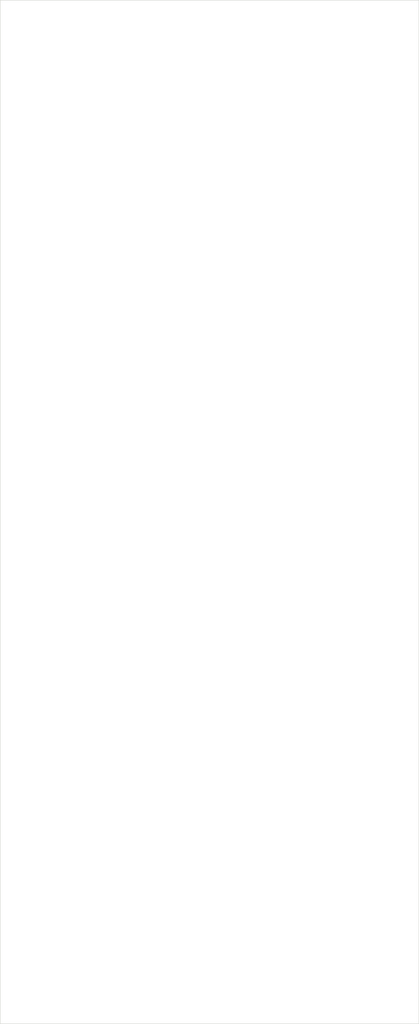
<source format=kicad_pcb>
(kicad_pcb
	(version 20240108)
	(generator "pcbnew")
	(generator_version "8.0")
	(general
		(thickness 1.6)
		(legacy_teardrops no)
	)
	(paper "A4")
	(title_block
		(date "2025-07-20")
	)
	(layers
		(0 "F.Cu" signal)
		(31 "B.Cu" signal)
		(32 "B.Adhes" user "B.Adhesive")
		(33 "F.Adhes" user "F.Adhesive")
		(34 "B.Paste" user)
		(35 "F.Paste" user)
		(36 "B.SilkS" user "B.Silkscreen")
		(37 "F.SilkS" user "F.Silkscreen")
		(38 "B.Mask" user)
		(39 "F.Mask" user)
		(40 "Dwgs.User" user "User.Drawings")
		(41 "Cmts.User" user "User.Comments")
		(42 "Eco1.User" user "User.Eco1")
		(43 "Eco2.User" user "User.Eco2")
		(44 "Edge.Cuts" user)
		(45 "Margin" user)
		(46 "B.CrtYd" user "B.Courtyard")
		(47 "F.CrtYd" user "F.Courtyard")
		(48 "B.Fab" user)
		(49 "F.Fab" user)
		(50 "User.1" user)
		(51 "User.2" user)
		(52 "User.3" user)
		(53 "User.4" user)
		(54 "User.5" user)
		(55 "User.6" user)
		(56 "User.7" user)
		(57 "User.8" user)
		(58 "User.9" user)
	)
	(setup
		(stackup
			(layer "F.SilkS"
				(type "Top Silk Screen")
			)
			(layer "F.Paste"
				(type "Top Solder Paste")
			)
			(layer "F.Mask"
				(type "Top Solder Mask")
				(thickness 0.01)
			)
			(layer "F.Cu"
				(type "copper")
				(thickness 0.035)
			)
			(layer "dielectric 1"
				(type "core")
				(thickness 1.51)
				(material "FR4")
				(epsilon_r 4.5)
				(loss_tangent 0.02)
			)
			(layer "B.Cu"
				(type "copper")
				(thickness 0.035)
			)
			(layer "B.Mask"
				(type "Bottom Solder Mask")
				(thickness 0.01)
			)
			(layer "B.Paste"
				(type "Bottom Solder Paste")
			)
			(layer "B.SilkS"
				(type "Bottom Silk Screen")
			)
			(copper_finish "None")
			(dielectric_constraints no)
		)
		(pad_to_mask_clearance 0)
		(allow_soldermask_bridges_in_footprints no)
		(pcbplotparams
			(layerselection 0x00010fc_ffffffff)
			(plot_on_all_layers_selection 0x0000000_00000000)
			(disableapertmacros no)
			(usegerberextensions no)
			(usegerberattributes yes)
			(usegerberadvancedattributes yes)
			(creategerberjobfile yes)
			(dashed_line_dash_ratio 12.000000)
			(dashed_line_gap_ratio 3.000000)
			(svgprecision 4)
			(plotframeref no)
			(viasonmask no)
			(mode 1)
			(useauxorigin no)
			(hpglpennumber 1)
			(hpglpenspeed 20)
			(hpglpendiameter 15.000000)
			(pdf_front_fp_property_popups yes)
			(pdf_back_fp_property_popups yes)
			(dxfpolygonmode yes)
			(dxfimperialunits yes)
			(dxfusepcbnewfont yes)
			(psnegative no)
			(psa4output no)
			(plotreference yes)
			(plotvalue yes)
			(plotfptext yes)
			(plotinvisibletext no)
			(sketchpadsonfab no)
			(subtractmaskfromsilk no)
			(outputformat 1)
			(mirror no)
			(drillshape 1)
			(scaleselection 1)
			(outputdirectory "")
		)
	)
	(net 0 "")
	(gr_rect
		(start 100.5 49.5)
		(end 146 160.5)
		(locked yes)
		(stroke
			(width 0.05)
			(type default)
		)
		(fill none)
		(layer "Edge.Cuts")
		(uuid "9a23b823-6451-49e6-a74b-00e5e15549ff")
	)
)
</source>
